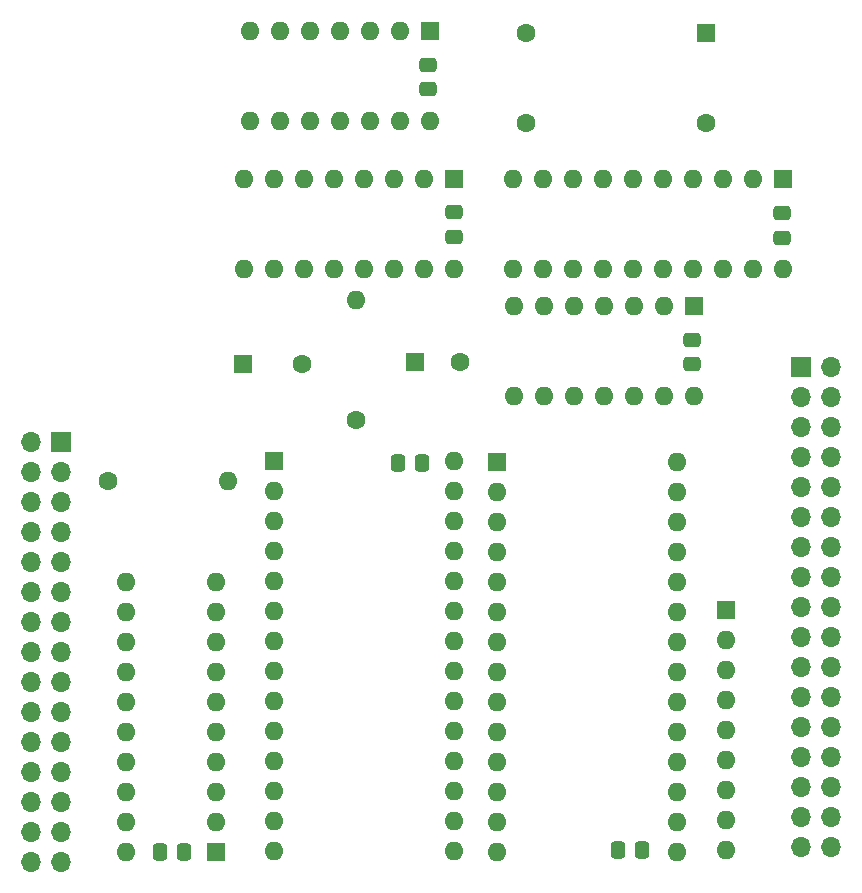
<source format=gbr>
%TF.GenerationSoftware,KiCad,Pcbnew,8.0.3*%
%TF.CreationDate,2024-07-14T11:05:28+01:00*%
%TF.ProjectId,OPD-Computer-One-Disk-Interface,4f50442d-436f-46d7-9075-7465722d4f6e,rev?*%
%TF.SameCoordinates,Original*%
%TF.FileFunction,Soldermask,Bot*%
%TF.FilePolarity,Negative*%
%FSLAX46Y46*%
G04 Gerber Fmt 4.6, Leading zero omitted, Abs format (unit mm)*
G04 Created by KiCad (PCBNEW 8.0.3) date 2024-07-14 11:05:28*
%MOMM*%
%LPD*%
G01*
G04 APERTURE LIST*
G04 Aperture macros list*
%AMRoundRect*
0 Rectangle with rounded corners*
0 $1 Rounding radius*
0 $2 $3 $4 $5 $6 $7 $8 $9 X,Y pos of 4 corners*
0 Add a 4 corners polygon primitive as box body*
4,1,4,$2,$3,$4,$5,$6,$7,$8,$9,$2,$3,0*
0 Add four circle primitives for the rounded corners*
1,1,$1+$1,$2,$3*
1,1,$1+$1,$4,$5*
1,1,$1+$1,$6,$7*
1,1,$1+$1,$8,$9*
0 Add four rect primitives between the rounded corners*
20,1,$1+$1,$2,$3,$4,$5,0*
20,1,$1+$1,$4,$5,$6,$7,0*
20,1,$1+$1,$6,$7,$8,$9,0*
20,1,$1+$1,$8,$9,$2,$3,0*%
G04 Aperture macros list end*
%ADD10R,1.600000X1.600000*%
%ADD11O,1.600000X1.600000*%
%ADD12R,1.700000X1.700000*%
%ADD13O,1.700000X1.700000*%
%ADD14C,1.600000*%
%ADD15RoundRect,0.250000X0.475000X-0.337500X0.475000X0.337500X-0.475000X0.337500X-0.475000X-0.337500X0*%
%ADD16RoundRect,0.250000X0.337500X0.475000X-0.337500X0.475000X-0.337500X-0.475000X0.337500X-0.475000X0*%
%ADD17RoundRect,0.250000X-0.337500X-0.475000X0.337500X-0.475000X0.337500X0.475000X-0.337500X0.475000X0*%
G04 APERTURE END LIST*
D10*
%TO.C,IC1*%
X99125000Y-70400000D03*
D11*
X99125000Y-72940000D03*
X99125000Y-75480000D03*
X99125000Y-78020000D03*
X99125000Y-80560000D03*
X99125000Y-83100000D03*
X99125000Y-85640000D03*
X99125000Y-88180000D03*
X99125000Y-90720000D03*
X99125000Y-93260000D03*
X99125000Y-95800000D03*
X99125000Y-98340000D03*
X99125000Y-100880000D03*
X99125000Y-103420000D03*
X114365000Y-103420000D03*
X114365000Y-100880000D03*
X114365000Y-98340000D03*
X114365000Y-95800000D03*
X114365000Y-93260000D03*
X114365000Y-90720000D03*
X114365000Y-88180000D03*
X114365000Y-85640000D03*
X114365000Y-83100000D03*
X114365000Y-80560000D03*
X114365000Y-78020000D03*
X114365000Y-75480000D03*
X114365000Y-72940000D03*
X114365000Y-70400000D03*
%TD*%
D10*
%TO.C,IC6*%
X115750000Y-57130000D03*
D11*
X113210000Y-57130000D03*
X110670000Y-57130000D03*
X108130000Y-57130000D03*
X105590000Y-57130000D03*
X103050000Y-57130000D03*
X100510000Y-57130000D03*
X100510000Y-64750000D03*
X103050000Y-64750000D03*
X105590000Y-64750000D03*
X108130000Y-64750000D03*
X110670000Y-64750000D03*
X113210000Y-64750000D03*
X115750000Y-64750000D03*
%TD*%
D10*
%TO.C,IC7*%
X93460000Y-33850000D03*
D11*
X90920000Y-33850000D03*
X88380000Y-33850000D03*
X85840000Y-33850000D03*
X83300000Y-33850000D03*
X80760000Y-33850000D03*
X78220000Y-33850000D03*
X78220000Y-41470000D03*
X80760000Y-41470000D03*
X83300000Y-41470000D03*
X85840000Y-41470000D03*
X88380000Y-41470000D03*
X90920000Y-41470000D03*
X93460000Y-41470000D03*
%TD*%
D12*
%TO.C,J1*%
X62150000Y-68650000D03*
D13*
X59610000Y-68650000D03*
X62150000Y-71190000D03*
X59610000Y-71190000D03*
X62150000Y-73730000D03*
X59610000Y-73730000D03*
X62150000Y-76270000D03*
X59610000Y-76270000D03*
X62150000Y-78810000D03*
X59610000Y-78810000D03*
X62150000Y-81350000D03*
X59610000Y-81350000D03*
X62150000Y-83890000D03*
X59610000Y-83890000D03*
X62150000Y-86430000D03*
X59610000Y-86430000D03*
X62150000Y-88970000D03*
X59610000Y-88970000D03*
X62150000Y-91510000D03*
X59610000Y-91510000D03*
X62150000Y-94050000D03*
X59610000Y-94050000D03*
X62150000Y-96590000D03*
X59610000Y-96590000D03*
X62150000Y-99130000D03*
X59610000Y-99130000D03*
X62150000Y-101670000D03*
X59610000Y-101670000D03*
X62150000Y-104210000D03*
X59610000Y-104210000D03*
%TD*%
D10*
%TO.C,IC5*%
X123275000Y-46450000D03*
D11*
X120735000Y-46450000D03*
X118195000Y-46450000D03*
X115655000Y-46450000D03*
X113115000Y-46450000D03*
X110575000Y-46450000D03*
X108035000Y-46450000D03*
X105495000Y-46450000D03*
X102955000Y-46450000D03*
X100415000Y-46450000D03*
X100415000Y-54070000D03*
X102955000Y-54070000D03*
X105495000Y-54070000D03*
X108035000Y-54070000D03*
X110575000Y-54070000D03*
X113115000Y-54070000D03*
X115655000Y-54070000D03*
X118195000Y-54070000D03*
X120735000Y-54070000D03*
X123275000Y-54070000D03*
%TD*%
D10*
%TO.C,X1*%
X116820000Y-34040000D03*
D14*
X101580000Y-34040000D03*
X101580000Y-41660000D03*
X116820000Y-41660000D03*
%TD*%
D10*
%TO.C,IC3*%
X75350000Y-103425000D03*
D11*
X75350000Y-100885000D03*
X75350000Y-98345000D03*
X75350000Y-95805000D03*
X75350000Y-93265000D03*
X75350000Y-90725000D03*
X75350000Y-88185000D03*
X75350000Y-85645000D03*
X75350000Y-83105000D03*
X75350000Y-80565000D03*
X67730000Y-80565000D03*
X67730000Y-83105000D03*
X67730000Y-85645000D03*
X67730000Y-88185000D03*
X67730000Y-90725000D03*
X67730000Y-93265000D03*
X67730000Y-95805000D03*
X67730000Y-98345000D03*
X67730000Y-100885000D03*
X67730000Y-103425000D03*
%TD*%
D10*
%TO.C,C2*%
X77597300Y-62050000D03*
D14*
X82597300Y-62050000D03*
%TD*%
D10*
%TO.C,C1*%
X92147300Y-61900000D03*
D14*
X95947300Y-61900000D03*
%TD*%
%TO.C,R2*%
X66170000Y-72000000D03*
D11*
X76330000Y-72000000D03*
%TD*%
D14*
%TO.C,R1*%
X87150000Y-66780000D03*
D11*
X87150000Y-56620000D03*
%TD*%
D10*
%TO.C,RN1*%
X118500000Y-82870000D03*
D11*
X118500000Y-85410000D03*
X118500000Y-87950000D03*
X118500000Y-90490000D03*
X118500000Y-93030000D03*
X118500000Y-95570000D03*
X118500000Y-98110000D03*
X118500000Y-100650000D03*
X118500000Y-103190000D03*
%TD*%
D10*
%TO.C,IC4*%
X95450000Y-46380000D03*
D11*
X92910000Y-46380000D03*
X90370000Y-46380000D03*
X87830000Y-46380000D03*
X85290000Y-46380000D03*
X82750000Y-46380000D03*
X80210000Y-46380000D03*
X77670000Y-46380000D03*
X77670000Y-54000000D03*
X80210000Y-54000000D03*
X82750000Y-54000000D03*
X85290000Y-54000000D03*
X87830000Y-54000000D03*
X90370000Y-54000000D03*
X92910000Y-54000000D03*
X95450000Y-54000000D03*
%TD*%
D12*
%TO.C,J2*%
X124860000Y-62360000D03*
D13*
X127400000Y-62360000D03*
X124860000Y-64900000D03*
X127400000Y-64900000D03*
X124860000Y-67440000D03*
X127400000Y-67440000D03*
X124860000Y-69980000D03*
X127400000Y-69980000D03*
X124860000Y-72520000D03*
X127400000Y-72520000D03*
X124860000Y-75060000D03*
X127400000Y-75060000D03*
X124860000Y-77600000D03*
X127400000Y-77600000D03*
X124860000Y-80140000D03*
X127400000Y-80140000D03*
X124860000Y-82680000D03*
X127400000Y-82680000D03*
X124860000Y-85220000D03*
X127400000Y-85220000D03*
X124860000Y-87760000D03*
X127400000Y-87760000D03*
X124860000Y-90300000D03*
X127400000Y-90300000D03*
X124860000Y-92840000D03*
X127400000Y-92840000D03*
X124860000Y-95380000D03*
X127400000Y-95380000D03*
X124860000Y-97920000D03*
X127400000Y-97920000D03*
X124860000Y-100460000D03*
X127400000Y-100460000D03*
X124860000Y-103000000D03*
X127400000Y-103000000D03*
%TD*%
D10*
%TO.C,IC2*%
X80225000Y-70300000D03*
D11*
X80225000Y-72840000D03*
X80225000Y-75380000D03*
X80225000Y-77920000D03*
X80225000Y-80460000D03*
X80225000Y-83000000D03*
X80225000Y-85540000D03*
X80225000Y-88080000D03*
X80225000Y-90620000D03*
X80225000Y-93160000D03*
X80225000Y-95700000D03*
X80225000Y-98240000D03*
X80225000Y-100780000D03*
X80225000Y-103320000D03*
X95465000Y-103320000D03*
X95465000Y-100780000D03*
X95465000Y-98240000D03*
X95465000Y-95700000D03*
X95465000Y-93160000D03*
X95465000Y-90620000D03*
X95465000Y-88080000D03*
X95465000Y-85540000D03*
X95465000Y-83000000D03*
X95465000Y-80460000D03*
X95465000Y-77920000D03*
X95465000Y-75380000D03*
X95465000Y-72840000D03*
X95465000Y-70300000D03*
%TD*%
D15*
%TO.C,CD7*%
X93300000Y-38800000D03*
X93300000Y-36725000D03*
%TD*%
%TO.C,CD6*%
X115650000Y-62100000D03*
X115650000Y-60025000D03*
%TD*%
%TO.C,CD4*%
X95450000Y-51287500D03*
X95450000Y-49212500D03*
%TD*%
%TO.C,CD5*%
X123200000Y-51400000D03*
X123200000Y-49325000D03*
%TD*%
D16*
%TO.C,CD2*%
X92787500Y-70450000D03*
X90712500Y-70450000D03*
%TD*%
%TO.C,CD1*%
X111387500Y-103250000D03*
X109312500Y-103250000D03*
%TD*%
D17*
%TO.C,CD3*%
X70562500Y-103350000D03*
X72637500Y-103350000D03*
%TD*%
M02*

</source>
